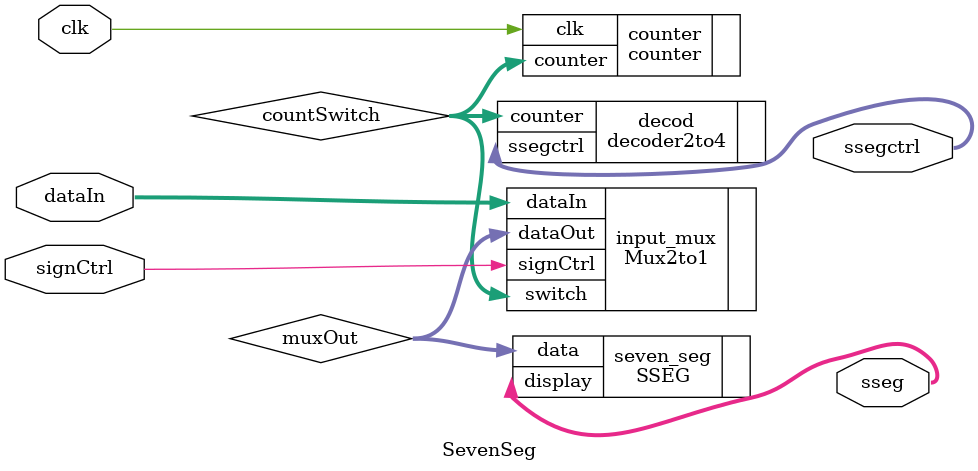
<source format=v>
module SevenSeg (
    input signCtrl,
    input [11:0] dataIn,
    input clk,
    output [3:0] ssegctrl,
    output [6:0] sseg
);

wire [3:0] muxOut;
wire [1:0] countSwitch;

counter counter (
    .clk(clk),
    .counter(countSwitch)
);

decoder2to4 decod (
                  .counter(countSwitch),
                  .ssegctrl(ssegctrl)
                  );

Mux2to1 input_mux (
    .signCtrl(signCtrl),
    .dataIn(dataIn),
    .switch(countSwitch),
    .dataOut(muxOut)
);

SSEG seven_seg (
    .data(muxOut),
    .display(sseg)
);
endmodule
</source>
